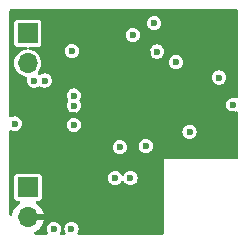
<source format=gbr>
%TF.GenerationSoftware,KiCad,Pcbnew,7.0.9*%
%TF.CreationDate,2024-03-10T22:23:52-07:00*%
%TF.ProjectId,P2.0,50322e30-2e6b-4696-9361-645f70636258,rev?*%
%TF.SameCoordinates,Original*%
%TF.FileFunction,Copper,L2,Inr*%
%TF.FilePolarity,Positive*%
%FSLAX46Y46*%
G04 Gerber Fmt 4.6, Leading zero omitted, Abs format (unit mm)*
G04 Created by KiCad (PCBNEW 7.0.9) date 2024-03-10 22:23:52*
%MOMM*%
%LPD*%
G01*
G04 APERTURE LIST*
%TA.AperFunction,ComponentPad*%
%ADD10O,1.700000X1.700000*%
%TD*%
%TA.AperFunction,ComponentPad*%
%ADD11R,1.700000X1.700000*%
%TD*%
%TA.AperFunction,ViaPad*%
%ADD12C,0.600000*%
%TD*%
%TA.AperFunction,ViaPad*%
%ADD13C,0.800000*%
%TD*%
G04 APERTURE END LIST*
D10*
%TO.N,/EEG+*%
%TO.C,J1*%
X76500000Y-54290000D03*
D11*
%TO.N,/EEG-*%
X76500000Y-51750000D03*
%TD*%
%TO.N,Net-(BT1-+)*%
%TO.C,BT1*%
X76525000Y-64800000D03*
D10*
%TO.N,GND*%
X76525000Y-67340000D03*
%TD*%
D12*
%TO.N,GND*%
X91200000Y-55800000D03*
X80400000Y-58700000D03*
%TO.N,+3V3*%
X80400000Y-59500000D03*
%TO.N,Net-(C5-Pad1)*%
X86500000Y-61300000D03*
%TO.N,+3V3*%
X90200000Y-60100000D03*
%TO.N,GND*%
X93900000Y-58600000D03*
%TO.N,Net-(C3-Pad2)*%
X93900000Y-57800000D03*
%TO.N,+3V3*%
X77950000Y-55750000D03*
X77050000Y-55750000D03*
%TO.N,GND*%
X79350000Y-56700000D03*
%TO.N,-3V3*%
X75400000Y-59400000D03*
%TO.N,Net-(U2-IN2-)*%
X92700000Y-55500000D03*
%TO.N,GND*%
X92350000Y-50850000D03*
%TO.N,Net-(C5-Pad1)*%
X87200000Y-50900000D03*
%TO.N,-3V3*%
X89050000Y-54200000D03*
%TO.N,GND*%
X89800000Y-51400000D03*
X86200000Y-51050000D03*
X83700000Y-51050000D03*
X81200000Y-51050000D03*
X79100000Y-51050000D03*
X83300000Y-68500000D03*
X83300000Y-67800000D03*
X83100000Y-63050000D03*
X83500000Y-61400000D03*
%TO.N,+3V3*%
X84300000Y-61400000D03*
%TO.N,GND*%
X85300000Y-61400000D03*
%TO.N,-3V3*%
X85400000Y-51900000D03*
%TO.N,GND*%
X78800000Y-63200000D03*
%TO.N,STAGE_3_OUT*%
X80400000Y-57025000D03*
X80400000Y-57875000D03*
%TO.N,GND*%
X79100000Y-53250000D03*
X86650000Y-53400000D03*
D13*
X91000000Y-61700000D03*
D12*
X87450000Y-52300000D03*
X83850000Y-65000000D03*
X88300000Y-50900000D03*
X77900000Y-59400000D03*
X90350000Y-50900000D03*
X92850000Y-54100000D03*
X84400000Y-51900000D03*
X89250000Y-50900000D03*
X76800000Y-63200000D03*
X84100000Y-68500000D03*
X80450000Y-51950000D03*
X86600000Y-68500000D03*
%TO.N,+3V3*%
X83900000Y-64000000D03*
X87450000Y-53300000D03*
X85200000Y-64000000D03*
X80250000Y-53250000D03*
%TO.N,-3V3*%
X80200000Y-68300000D03*
X78700000Y-68300000D03*
%TD*%
%TA.AperFunction,Conductor*%
%TO.N,GND*%
G36*
X94242539Y-49720185D02*
G01*
X94288294Y-49772989D01*
X94299500Y-49824500D01*
X94299500Y-57129922D01*
X94279815Y-57196961D01*
X94227011Y-57242716D01*
X94157853Y-57252660D01*
X94128048Y-57244483D01*
X94056765Y-57214957D01*
X94056760Y-57214955D01*
X93900001Y-57194318D01*
X93899999Y-57194318D01*
X93743239Y-57214955D01*
X93743237Y-57214956D01*
X93597160Y-57275463D01*
X93471718Y-57371718D01*
X93375463Y-57497160D01*
X93314956Y-57643237D01*
X93314955Y-57643239D01*
X93294318Y-57799998D01*
X93294318Y-57800001D01*
X93314955Y-57956760D01*
X93314956Y-57956762D01*
X93375464Y-58102841D01*
X93471718Y-58228282D01*
X93597159Y-58324536D01*
X93743238Y-58385044D01*
X93821619Y-58395363D01*
X93899999Y-58405682D01*
X93900000Y-58405682D01*
X93900001Y-58405682D01*
X93952254Y-58398802D01*
X94056762Y-58385044D01*
X94128049Y-58355515D01*
X94197516Y-58348047D01*
X94259995Y-58379322D01*
X94295648Y-58439410D01*
X94299500Y-58470077D01*
X94299500Y-62263500D01*
X94279815Y-62330539D01*
X94227011Y-62376294D01*
X94175500Y-62387500D01*
X88000000Y-62387500D01*
X88000000Y-68675500D01*
X87980315Y-68742539D01*
X87927511Y-68788294D01*
X87876000Y-68799500D01*
X80825082Y-68799500D01*
X80758043Y-68779815D01*
X80712288Y-68727011D01*
X80702344Y-68657853D01*
X80722141Y-68610845D01*
X80720472Y-68609881D01*
X80724534Y-68602843D01*
X80724536Y-68602841D01*
X80785044Y-68456762D01*
X80805682Y-68300000D01*
X80785044Y-68143238D01*
X80724536Y-67997159D01*
X80628282Y-67871718D01*
X80502841Y-67775464D01*
X80356762Y-67714956D01*
X80356760Y-67714955D01*
X80200001Y-67694318D01*
X80199999Y-67694318D01*
X80043239Y-67714955D01*
X80043237Y-67714956D01*
X79897160Y-67775463D01*
X79771718Y-67871718D01*
X79675463Y-67997160D01*
X79614956Y-68143237D01*
X79614955Y-68143239D01*
X79594318Y-68299998D01*
X79594318Y-68300001D01*
X79614955Y-68456760D01*
X79614956Y-68456762D01*
X79675465Y-68602843D01*
X79679528Y-68609881D01*
X79677551Y-68611022D01*
X79698489Y-68665193D01*
X79684445Y-68733637D01*
X79635627Y-68783623D01*
X79574918Y-68799500D01*
X79325082Y-68799500D01*
X79258043Y-68779815D01*
X79212288Y-68727011D01*
X79202344Y-68657853D01*
X79222141Y-68610845D01*
X79220472Y-68609881D01*
X79224534Y-68602843D01*
X79224536Y-68602841D01*
X79285044Y-68456762D01*
X79305682Y-68300000D01*
X79285044Y-68143238D01*
X79224536Y-67997159D01*
X79128282Y-67871718D01*
X79002841Y-67775464D01*
X78856762Y-67714956D01*
X78856760Y-67714955D01*
X78700001Y-67694318D01*
X78699999Y-67694318D01*
X78543239Y-67714955D01*
X78543237Y-67714956D01*
X78397160Y-67775463D01*
X78271718Y-67871718D01*
X78175463Y-67997160D01*
X78114956Y-68143237D01*
X78114955Y-68143239D01*
X78094318Y-68299998D01*
X78094318Y-68300001D01*
X78114955Y-68456760D01*
X78114956Y-68456762D01*
X78175465Y-68602843D01*
X78179528Y-68609881D01*
X78177551Y-68611022D01*
X78198489Y-68665193D01*
X78184445Y-68733637D01*
X78135627Y-68783623D01*
X78074918Y-68799500D01*
X77148792Y-68799500D01*
X77081753Y-68779815D01*
X77035998Y-68727011D01*
X77026054Y-68657853D01*
X77055079Y-68594297D01*
X77096387Y-68563118D01*
X77202578Y-68513600D01*
X77396082Y-68378105D01*
X77563105Y-68211082D01*
X77698600Y-68017578D01*
X77798429Y-67803492D01*
X77798432Y-67803486D01*
X77855636Y-67590000D01*
X76958686Y-67590000D01*
X76984493Y-67549844D01*
X77025000Y-67411889D01*
X77025000Y-67268111D01*
X76984493Y-67130156D01*
X76958686Y-67090000D01*
X77855636Y-67090000D01*
X77855635Y-67089999D01*
X77798432Y-66876513D01*
X77798429Y-66876507D01*
X77698600Y-66662422D01*
X77698599Y-66662420D01*
X77563113Y-66468926D01*
X77563108Y-66468920D01*
X77396082Y-66301894D01*
X77216394Y-66176074D01*
X77172769Y-66121496D01*
X77165577Y-66051998D01*
X77197099Y-65989643D01*
X77257329Y-65954230D01*
X77287517Y-65950499D01*
X77419864Y-65950499D01*
X77419879Y-65950497D01*
X77419882Y-65950497D01*
X77444987Y-65947586D01*
X77444988Y-65947585D01*
X77444991Y-65947585D01*
X77547765Y-65902206D01*
X77627206Y-65822765D01*
X77672585Y-65719991D01*
X77675500Y-65694865D01*
X77675499Y-64000001D01*
X83294318Y-64000001D01*
X83314955Y-64156760D01*
X83314956Y-64156762D01*
X83332886Y-64200050D01*
X83375464Y-64302841D01*
X83471718Y-64428282D01*
X83597159Y-64524536D01*
X83743238Y-64585044D01*
X83821619Y-64595363D01*
X83899999Y-64605682D01*
X83900000Y-64605682D01*
X83900001Y-64605682D01*
X83952254Y-64598802D01*
X84056762Y-64585044D01*
X84202841Y-64524536D01*
X84328282Y-64428282D01*
X84424536Y-64302841D01*
X84435439Y-64276519D01*
X84479279Y-64222115D01*
X84545573Y-64200050D01*
X84613273Y-64217329D01*
X84660884Y-64268466D01*
X84664561Y-64276519D01*
X84675462Y-64302838D01*
X84675463Y-64302839D01*
X84675464Y-64302841D01*
X84771718Y-64428282D01*
X84897159Y-64524536D01*
X85043238Y-64585044D01*
X85121619Y-64595363D01*
X85199999Y-64605682D01*
X85200000Y-64605682D01*
X85200001Y-64605682D01*
X85252254Y-64598802D01*
X85356762Y-64585044D01*
X85502841Y-64524536D01*
X85628282Y-64428282D01*
X85724536Y-64302841D01*
X85785044Y-64156762D01*
X85805682Y-64000000D01*
X85793190Y-63905117D01*
X85785044Y-63843239D01*
X85785044Y-63843238D01*
X85724536Y-63697159D01*
X85628282Y-63571718D01*
X85502841Y-63475464D01*
X85356762Y-63414956D01*
X85356760Y-63414955D01*
X85200001Y-63394318D01*
X85199999Y-63394318D01*
X85043239Y-63414955D01*
X85043237Y-63414956D01*
X84897160Y-63475463D01*
X84771718Y-63571718D01*
X84675463Y-63697160D01*
X84664561Y-63723481D01*
X84620720Y-63777884D01*
X84554425Y-63799949D01*
X84486726Y-63782670D01*
X84439116Y-63731532D01*
X84435439Y-63723481D01*
X84424799Y-63697794D01*
X84424536Y-63697159D01*
X84328282Y-63571718D01*
X84202841Y-63475464D01*
X84056762Y-63414956D01*
X84056760Y-63414955D01*
X83900001Y-63394318D01*
X83899999Y-63394318D01*
X83743239Y-63414955D01*
X83743237Y-63414956D01*
X83597160Y-63475463D01*
X83471718Y-63571718D01*
X83375463Y-63697160D01*
X83314956Y-63843237D01*
X83314955Y-63843239D01*
X83294318Y-63999998D01*
X83294318Y-64000001D01*
X77675499Y-64000001D01*
X77675499Y-63905136D01*
X77675497Y-63905117D01*
X77672586Y-63880012D01*
X77672585Y-63880010D01*
X77672585Y-63880009D01*
X77627206Y-63777235D01*
X77547765Y-63697794D01*
X77546327Y-63697159D01*
X77444992Y-63652415D01*
X77419865Y-63649500D01*
X75630143Y-63649500D01*
X75630117Y-63649502D01*
X75605012Y-63652413D01*
X75605008Y-63652415D01*
X75502235Y-63697793D01*
X75422794Y-63777234D01*
X75377415Y-63880006D01*
X75377415Y-63880008D01*
X75374500Y-63905131D01*
X75374500Y-65694856D01*
X75374502Y-65694882D01*
X75377413Y-65719987D01*
X75377415Y-65719991D01*
X75422793Y-65822764D01*
X75422794Y-65822765D01*
X75502235Y-65902206D01*
X75605009Y-65947585D01*
X75630135Y-65950500D01*
X75762483Y-65950499D01*
X75829520Y-65970183D01*
X75875275Y-66022987D01*
X75885219Y-66092145D01*
X75856195Y-66155701D01*
X75833605Y-66176074D01*
X75653922Y-66301890D01*
X75653920Y-66301891D01*
X75486891Y-66468920D01*
X75486886Y-66468926D01*
X75351400Y-66662420D01*
X75351399Y-66662422D01*
X75251570Y-66876507D01*
X75251566Y-66876516D01*
X75194275Y-67090333D01*
X75157910Y-67149994D01*
X75095063Y-67180523D01*
X75025688Y-67172228D01*
X74971810Y-67127743D01*
X74950535Y-67061191D01*
X74950500Y-67058240D01*
X74950500Y-61400001D01*
X83694318Y-61400001D01*
X83714955Y-61556760D01*
X83714956Y-61556762D01*
X83775464Y-61702841D01*
X83871718Y-61828282D01*
X83997159Y-61924536D01*
X84143238Y-61985044D01*
X84221619Y-61995363D01*
X84299999Y-62005682D01*
X84300000Y-62005682D01*
X84300001Y-62005682D01*
X84352254Y-61998802D01*
X84456762Y-61985044D01*
X84602841Y-61924536D01*
X84728282Y-61828282D01*
X84824536Y-61702841D01*
X84885044Y-61556762D01*
X84905682Y-61400000D01*
X84892517Y-61300001D01*
X85894318Y-61300001D01*
X85914955Y-61456760D01*
X85914956Y-61456762D01*
X85956376Y-61556760D01*
X85975464Y-61602841D01*
X86071718Y-61728282D01*
X86197159Y-61824536D01*
X86343238Y-61885044D01*
X86421619Y-61895363D01*
X86499999Y-61905682D01*
X86500000Y-61905682D01*
X86500001Y-61905682D01*
X86552254Y-61898802D01*
X86656762Y-61885044D01*
X86802841Y-61824536D01*
X86928282Y-61728282D01*
X87024536Y-61602841D01*
X87085044Y-61456762D01*
X87105682Y-61300000D01*
X87085044Y-61143238D01*
X87024536Y-60997159D01*
X86928282Y-60871718D01*
X86802841Y-60775464D01*
X86656762Y-60714956D01*
X86656760Y-60714955D01*
X86500001Y-60694318D01*
X86499999Y-60694318D01*
X86343239Y-60714955D01*
X86343237Y-60714956D01*
X86197160Y-60775463D01*
X86071718Y-60871718D01*
X85975463Y-60997160D01*
X85914956Y-61143237D01*
X85914955Y-61143239D01*
X85894318Y-61299998D01*
X85894318Y-61300001D01*
X84892517Y-61300001D01*
X84885044Y-61243238D01*
X84824536Y-61097159D01*
X84728282Y-60971718D01*
X84602841Y-60875464D01*
X84593797Y-60871718D01*
X84456762Y-60814956D01*
X84456760Y-60814955D01*
X84300001Y-60794318D01*
X84299999Y-60794318D01*
X84143239Y-60814955D01*
X84143237Y-60814956D01*
X83997160Y-60875463D01*
X83871718Y-60971718D01*
X83775463Y-61097160D01*
X83714956Y-61243237D01*
X83714955Y-61243239D01*
X83694318Y-61399998D01*
X83694318Y-61400001D01*
X74950500Y-61400001D01*
X74950500Y-60049366D01*
X74970185Y-59982327D01*
X75022989Y-59936572D01*
X75092147Y-59926628D01*
X75121945Y-59934802D01*
X75243238Y-59985044D01*
X75321619Y-59995363D01*
X75399999Y-60005682D01*
X75400000Y-60005682D01*
X75400001Y-60005682D01*
X75452254Y-59998802D01*
X75556762Y-59985044D01*
X75702841Y-59924536D01*
X75828282Y-59828282D01*
X75924536Y-59702841D01*
X75985044Y-59556762D01*
X75992517Y-59500001D01*
X79794318Y-59500001D01*
X79814955Y-59656760D01*
X79814956Y-59656762D01*
X79875464Y-59802841D01*
X79971718Y-59928282D01*
X80097159Y-60024536D01*
X80243238Y-60085044D01*
X80321619Y-60095363D01*
X80399999Y-60105682D01*
X80400000Y-60105682D01*
X80400001Y-60105682D01*
X80443148Y-60100001D01*
X89594318Y-60100001D01*
X89614955Y-60256760D01*
X89614956Y-60256762D01*
X89675464Y-60402841D01*
X89771718Y-60528282D01*
X89897159Y-60624536D01*
X90043238Y-60685044D01*
X90113681Y-60694318D01*
X90199999Y-60705682D01*
X90200000Y-60705682D01*
X90200001Y-60705682D01*
X90252254Y-60698802D01*
X90356762Y-60685044D01*
X90502841Y-60624536D01*
X90628282Y-60528282D01*
X90724536Y-60402841D01*
X90785044Y-60256762D01*
X90805682Y-60100000D01*
X90785044Y-59943238D01*
X90724536Y-59797159D01*
X90628282Y-59671718D01*
X90502841Y-59575464D01*
X90457690Y-59556762D01*
X90356762Y-59514956D01*
X90356760Y-59514955D01*
X90200001Y-59494318D01*
X90199999Y-59494318D01*
X90043239Y-59514955D01*
X90043237Y-59514956D01*
X89897160Y-59575463D01*
X89771718Y-59671718D01*
X89675463Y-59797160D01*
X89614956Y-59943237D01*
X89614955Y-59943239D01*
X89594318Y-60099998D01*
X89594318Y-60100001D01*
X80443148Y-60100001D01*
X80452254Y-60098802D01*
X80556762Y-60085044D01*
X80702841Y-60024536D01*
X80828282Y-59928282D01*
X80924536Y-59802841D01*
X80985044Y-59656762D01*
X81005682Y-59500000D01*
X80985044Y-59343238D01*
X80924536Y-59197159D01*
X80828282Y-59071718D01*
X80702841Y-58975464D01*
X80693797Y-58971718D01*
X80556762Y-58914956D01*
X80556760Y-58914955D01*
X80400001Y-58894318D01*
X80399999Y-58894318D01*
X80243239Y-58914955D01*
X80243237Y-58914956D01*
X80097160Y-58975463D01*
X79971718Y-59071718D01*
X79875463Y-59197160D01*
X79814956Y-59343237D01*
X79814955Y-59343239D01*
X79794318Y-59499998D01*
X79794318Y-59500001D01*
X75992517Y-59500001D01*
X76005682Y-59400000D01*
X75985044Y-59243238D01*
X75924536Y-59097159D01*
X75828282Y-58971718D01*
X75702841Y-58875464D01*
X75620574Y-58841388D01*
X75556762Y-58814956D01*
X75556760Y-58814955D01*
X75400001Y-58794318D01*
X75399999Y-58794318D01*
X75243239Y-58814955D01*
X75243237Y-58814956D01*
X75121953Y-58865194D01*
X75052483Y-58872663D01*
X74990004Y-58841388D01*
X74954352Y-58781299D01*
X74950500Y-58750633D01*
X74950500Y-57875001D01*
X79794318Y-57875001D01*
X79814955Y-58031760D01*
X79814956Y-58031762D01*
X79875464Y-58177841D01*
X79971718Y-58303282D01*
X80097159Y-58399536D01*
X80243238Y-58460044D01*
X80319447Y-58470077D01*
X80399999Y-58480682D01*
X80400000Y-58480682D01*
X80400001Y-58480682D01*
X80480553Y-58470077D01*
X80556762Y-58460044D01*
X80702841Y-58399536D01*
X80828282Y-58303282D01*
X80924536Y-58177841D01*
X80985044Y-58031762D01*
X81005682Y-57875000D01*
X80985044Y-57718238D01*
X80924536Y-57572159D01*
X80924535Y-57572157D01*
X80888723Y-57525487D01*
X80863528Y-57460318D01*
X80877566Y-57391873D01*
X80888723Y-57374513D01*
X80924535Y-57327842D01*
X80924534Y-57327842D01*
X80924536Y-57327841D01*
X80985044Y-57181762D01*
X81005682Y-57025000D01*
X80985044Y-56868238D01*
X80924536Y-56722159D01*
X80828282Y-56596718D01*
X80702841Y-56500464D01*
X80556762Y-56439956D01*
X80556760Y-56439955D01*
X80400001Y-56419318D01*
X80399999Y-56419318D01*
X80243239Y-56439955D01*
X80243237Y-56439956D01*
X80097160Y-56500463D01*
X79971718Y-56596718D01*
X79875463Y-56722160D01*
X79814956Y-56868237D01*
X79814955Y-56868239D01*
X79794318Y-57024998D01*
X79794318Y-57025001D01*
X79814955Y-57181760D01*
X79814956Y-57181762D01*
X79875464Y-57327841D01*
X79911277Y-57374515D01*
X79936470Y-57439684D01*
X79922431Y-57508129D01*
X79911277Y-57525485D01*
X79875464Y-57572158D01*
X79814956Y-57718237D01*
X79814955Y-57718239D01*
X79794318Y-57874998D01*
X79794318Y-57875001D01*
X74950500Y-57875001D01*
X74950500Y-54290000D01*
X75344571Y-54290000D01*
X75364244Y-54502310D01*
X75400086Y-54628281D01*
X75422596Y-54707392D01*
X75422596Y-54707394D01*
X75517632Y-54898253D01*
X75517634Y-54898255D01*
X75646128Y-55068407D01*
X75803698Y-55212052D01*
X75984981Y-55324298D01*
X76183802Y-55401321D01*
X76368863Y-55435915D01*
X76431142Y-55467582D01*
X76466415Y-55527895D01*
X76465895Y-55585164D01*
X76466017Y-55585180D01*
X76465886Y-55586169D01*
X76465853Y-55589888D01*
X76464956Y-55593234D01*
X76444318Y-55749998D01*
X76444318Y-55750001D01*
X76464955Y-55906760D01*
X76464956Y-55906762D01*
X76525464Y-56052841D01*
X76621718Y-56178282D01*
X76747159Y-56274536D01*
X76893238Y-56335044D01*
X76971619Y-56345363D01*
X77049999Y-56355682D01*
X77050000Y-56355682D01*
X77050001Y-56355682D01*
X77102254Y-56348802D01*
X77206762Y-56335044D01*
X77352841Y-56274536D01*
X77424513Y-56219539D01*
X77489682Y-56194345D01*
X77558127Y-56208383D01*
X77575487Y-56219540D01*
X77647157Y-56274535D01*
X77647158Y-56274535D01*
X77647159Y-56274536D01*
X77793238Y-56335044D01*
X77871619Y-56345363D01*
X77949999Y-56355682D01*
X77950000Y-56355682D01*
X77950001Y-56355682D01*
X78002254Y-56348802D01*
X78106762Y-56335044D01*
X78252841Y-56274536D01*
X78378282Y-56178282D01*
X78474536Y-56052841D01*
X78535044Y-55906762D01*
X78555682Y-55750000D01*
X78535044Y-55593238D01*
X78496424Y-55500001D01*
X92094318Y-55500001D01*
X92114955Y-55656760D01*
X92114956Y-55656762D01*
X92153576Y-55750000D01*
X92175464Y-55802841D01*
X92271718Y-55928282D01*
X92397159Y-56024536D01*
X92543238Y-56085044D01*
X92621619Y-56095363D01*
X92699999Y-56105682D01*
X92700000Y-56105682D01*
X92700001Y-56105682D01*
X92752254Y-56098802D01*
X92856762Y-56085044D01*
X93002841Y-56024536D01*
X93128282Y-55928282D01*
X93224536Y-55802841D01*
X93285044Y-55656762D01*
X93305682Y-55500000D01*
X93298725Y-55447159D01*
X93285044Y-55343239D01*
X93285044Y-55343238D01*
X93224536Y-55197159D01*
X93128282Y-55071718D01*
X93002841Y-54975464D01*
X92856762Y-54914956D01*
X92856760Y-54914955D01*
X92700001Y-54894318D01*
X92699999Y-54894318D01*
X92543239Y-54914955D01*
X92543237Y-54914956D01*
X92397160Y-54975463D01*
X92271718Y-55071718D01*
X92175463Y-55197160D01*
X92114956Y-55343237D01*
X92114955Y-55343239D01*
X92094318Y-55499998D01*
X92094318Y-55500001D01*
X78496424Y-55500001D01*
X78474536Y-55447159D01*
X78378282Y-55321718D01*
X78252841Y-55225464D01*
X78106762Y-55164956D01*
X78106760Y-55164955D01*
X77950001Y-55144318D01*
X77949999Y-55144318D01*
X77793239Y-55164955D01*
X77793237Y-55164956D01*
X77647157Y-55225464D01*
X77575485Y-55280460D01*
X77510315Y-55305654D01*
X77441870Y-55291615D01*
X77424513Y-55280460D01*
X77376021Y-55243251D01*
X77334820Y-55186826D01*
X77330665Y-55117080D01*
X77352555Y-55070150D01*
X77353869Y-55068409D01*
X77353872Y-55068407D01*
X77482366Y-54898255D01*
X77484326Y-54894318D01*
X77577403Y-54707394D01*
X77577403Y-54707393D01*
X77577405Y-54707389D01*
X77635756Y-54502310D01*
X77655429Y-54290000D01*
X77647090Y-54200001D01*
X88444318Y-54200001D01*
X88464955Y-54356760D01*
X88464956Y-54356762D01*
X88525464Y-54502841D01*
X88621718Y-54628282D01*
X88747159Y-54724536D01*
X88893238Y-54785044D01*
X88971619Y-54795363D01*
X89049999Y-54805682D01*
X89050000Y-54805682D01*
X89050001Y-54805682D01*
X89102254Y-54798802D01*
X89206762Y-54785044D01*
X89352841Y-54724536D01*
X89478282Y-54628282D01*
X89574536Y-54502841D01*
X89635044Y-54356762D01*
X89655682Y-54200000D01*
X89635044Y-54043238D01*
X89574536Y-53897159D01*
X89478282Y-53771718D01*
X89352841Y-53675464D01*
X89206762Y-53614956D01*
X89206760Y-53614955D01*
X89050001Y-53594318D01*
X89049999Y-53594318D01*
X88893239Y-53614955D01*
X88893237Y-53614956D01*
X88747160Y-53675463D01*
X88621718Y-53771718D01*
X88525463Y-53897160D01*
X88464956Y-54043237D01*
X88464955Y-54043239D01*
X88444318Y-54199998D01*
X88444318Y-54200001D01*
X77647090Y-54200001D01*
X77635756Y-54077690D01*
X77577405Y-53872611D01*
X77577403Y-53872606D01*
X77577403Y-53872605D01*
X77482367Y-53681746D01*
X77353872Y-53511593D01*
X77196302Y-53367948D01*
X77015019Y-53255702D01*
X77015017Y-53255701D01*
X77000304Y-53250001D01*
X79644318Y-53250001D01*
X79664955Y-53406760D01*
X79664956Y-53406762D01*
X79725464Y-53552841D01*
X79821718Y-53678282D01*
X79947159Y-53774536D01*
X80093238Y-53835044D01*
X80171619Y-53845363D01*
X80249999Y-53855682D01*
X80250000Y-53855682D01*
X80250001Y-53855682D01*
X80302254Y-53848802D01*
X80406762Y-53835044D01*
X80552841Y-53774536D01*
X80678282Y-53678282D01*
X80774536Y-53552841D01*
X80835044Y-53406762D01*
X80849099Y-53300001D01*
X86844318Y-53300001D01*
X86864955Y-53456760D01*
X86864956Y-53456762D01*
X86921933Y-53594318D01*
X86925464Y-53602841D01*
X87021718Y-53728282D01*
X87147159Y-53824536D01*
X87293238Y-53885044D01*
X87371619Y-53895363D01*
X87449999Y-53905682D01*
X87450000Y-53905682D01*
X87450001Y-53905682D01*
X87514739Y-53897159D01*
X87606762Y-53885044D01*
X87752841Y-53824536D01*
X87878282Y-53728282D01*
X87974536Y-53602841D01*
X88035044Y-53456762D01*
X88055682Y-53300000D01*
X88049099Y-53250000D01*
X88035044Y-53143239D01*
X88035044Y-53143238D01*
X87974536Y-52997159D01*
X87878282Y-52871718D01*
X87752841Y-52775464D01*
X87606762Y-52714956D01*
X87606760Y-52714955D01*
X87450001Y-52694318D01*
X87449999Y-52694318D01*
X87293239Y-52714955D01*
X87293237Y-52714956D01*
X87147160Y-52775463D01*
X87021718Y-52871718D01*
X86925463Y-52997160D01*
X86864956Y-53143237D01*
X86864955Y-53143239D01*
X86844318Y-53299998D01*
X86844318Y-53300001D01*
X80849099Y-53300001D01*
X80854931Y-53255702D01*
X80855682Y-53250001D01*
X80855682Y-53249998D01*
X80835044Y-53093239D01*
X80835044Y-53093238D01*
X80774536Y-52947159D01*
X80678282Y-52821718D01*
X80552841Y-52725464D01*
X80527472Y-52714956D01*
X80406762Y-52664956D01*
X80406760Y-52664955D01*
X80250001Y-52644318D01*
X80249999Y-52644318D01*
X80093239Y-52664955D01*
X80093237Y-52664956D01*
X79947160Y-52725463D01*
X79821718Y-52821718D01*
X79725463Y-52947160D01*
X79664956Y-53093237D01*
X79664955Y-53093239D01*
X79644318Y-53249998D01*
X79644318Y-53250001D01*
X77000304Y-53250001D01*
X76915608Y-53217190D01*
X76816198Y-53178679D01*
X76643456Y-53146387D01*
X76581176Y-53114719D01*
X76545903Y-53054407D01*
X76548837Y-52984599D01*
X76589046Y-52927459D01*
X76653764Y-52901128D01*
X76666233Y-52900499D01*
X77394864Y-52900499D01*
X77394879Y-52900497D01*
X77394882Y-52900497D01*
X77419987Y-52897586D01*
X77419988Y-52897585D01*
X77419991Y-52897585D01*
X77522765Y-52852206D01*
X77602206Y-52772765D01*
X77647585Y-52669991D01*
X77650500Y-52644865D01*
X77650500Y-51900001D01*
X84794318Y-51900001D01*
X84814955Y-52056760D01*
X84814956Y-52056762D01*
X84875464Y-52202841D01*
X84971718Y-52328282D01*
X85097159Y-52424536D01*
X85243238Y-52485044D01*
X85321619Y-52495363D01*
X85399999Y-52505682D01*
X85400000Y-52505682D01*
X85400001Y-52505682D01*
X85452254Y-52498802D01*
X85556762Y-52485044D01*
X85702841Y-52424536D01*
X85828282Y-52328282D01*
X85924536Y-52202841D01*
X85985044Y-52056762D01*
X86005682Y-51900000D01*
X85985044Y-51743238D01*
X85924536Y-51597159D01*
X85828282Y-51471718D01*
X85702841Y-51375464D01*
X85556762Y-51314956D01*
X85556760Y-51314955D01*
X85400001Y-51294318D01*
X85399999Y-51294318D01*
X85243239Y-51314955D01*
X85243237Y-51314956D01*
X85097160Y-51375463D01*
X84971718Y-51471718D01*
X84875463Y-51597160D01*
X84814956Y-51743237D01*
X84814955Y-51743239D01*
X84794318Y-51899998D01*
X84794318Y-51900001D01*
X77650500Y-51900001D01*
X77650499Y-50900001D01*
X86594318Y-50900001D01*
X86614955Y-51056760D01*
X86614956Y-51056762D01*
X86675464Y-51202841D01*
X86771718Y-51328282D01*
X86897159Y-51424536D01*
X87043238Y-51485044D01*
X87121619Y-51495363D01*
X87199999Y-51505682D01*
X87200000Y-51505682D01*
X87200001Y-51505682D01*
X87252254Y-51498802D01*
X87356762Y-51485044D01*
X87502841Y-51424536D01*
X87628282Y-51328282D01*
X87724536Y-51202841D01*
X87785044Y-51056762D01*
X87805682Y-50900000D01*
X87799776Y-50855143D01*
X87785044Y-50743239D01*
X87785044Y-50743238D01*
X87724536Y-50597159D01*
X87628282Y-50471718D01*
X87502841Y-50375464D01*
X87356762Y-50314956D01*
X87356760Y-50314955D01*
X87200001Y-50294318D01*
X87199999Y-50294318D01*
X87043239Y-50314955D01*
X87043237Y-50314956D01*
X86897160Y-50375463D01*
X86771718Y-50471718D01*
X86675463Y-50597160D01*
X86614956Y-50743237D01*
X86614955Y-50743239D01*
X86594318Y-50899998D01*
X86594318Y-50900001D01*
X77650499Y-50900001D01*
X77650499Y-50855136D01*
X77650497Y-50855117D01*
X77647586Y-50830012D01*
X77647585Y-50830010D01*
X77647585Y-50830009D01*
X77602206Y-50727235D01*
X77522765Y-50647794D01*
X77522763Y-50647793D01*
X77419992Y-50602415D01*
X77394865Y-50599500D01*
X75605143Y-50599500D01*
X75605117Y-50599502D01*
X75580012Y-50602413D01*
X75580008Y-50602415D01*
X75477235Y-50647793D01*
X75397794Y-50727234D01*
X75352415Y-50830006D01*
X75352415Y-50830008D01*
X75349500Y-50855131D01*
X75349500Y-52644856D01*
X75349502Y-52644882D01*
X75352413Y-52669987D01*
X75352415Y-52669991D01*
X75397793Y-52772764D01*
X75397794Y-52772765D01*
X75477235Y-52852206D01*
X75580009Y-52897585D01*
X75605135Y-52900500D01*
X76333758Y-52900499D01*
X76400795Y-52920183D01*
X76446550Y-52972987D01*
X76456494Y-53042146D01*
X76427469Y-53105702D01*
X76368691Y-53143476D01*
X76356542Y-53146388D01*
X76300116Y-53156935D01*
X76183802Y-53178679D01*
X76183800Y-53178679D01*
X76183798Y-53178680D01*
X75984982Y-53255701D01*
X75984980Y-53255702D01*
X75803699Y-53367947D01*
X75646127Y-53511593D01*
X75517632Y-53681746D01*
X75422596Y-53872605D01*
X75422596Y-53872607D01*
X75364244Y-54077689D01*
X75352911Y-54200000D01*
X75344571Y-54290000D01*
X74950500Y-54290000D01*
X74950500Y-49824500D01*
X74970185Y-49757461D01*
X75022989Y-49711706D01*
X75074500Y-49700500D01*
X94175500Y-49700500D01*
X94242539Y-49720185D01*
G37*
%TD.AperFunction*%
%TD*%
M02*

</source>
